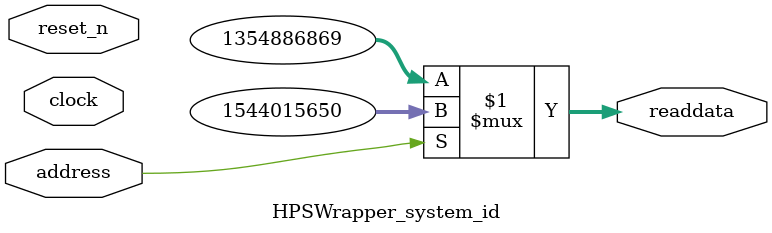
<source format=v>



// synthesis translate_off
`timescale 1ns / 1ps
// synthesis translate_on

// turn off superfluous verilog processor warnings 
// altera message_level Level1 
// altera message_off 10034 10035 10036 10037 10230 10240 10030 

module HPSWrapper_system_id (
               // inputs:
                address,
                clock,
                reset_n,

               // outputs:
                readdata
             )
;

  output  [ 31: 0] readdata;
  input            address;
  input            clock;
  input            reset_n;

  wire    [ 31: 0] readdata;
  //control_slave, which is an e_avalon_slave
  assign readdata = address ? 1544015650 : 1354886869;

endmodule



</source>
